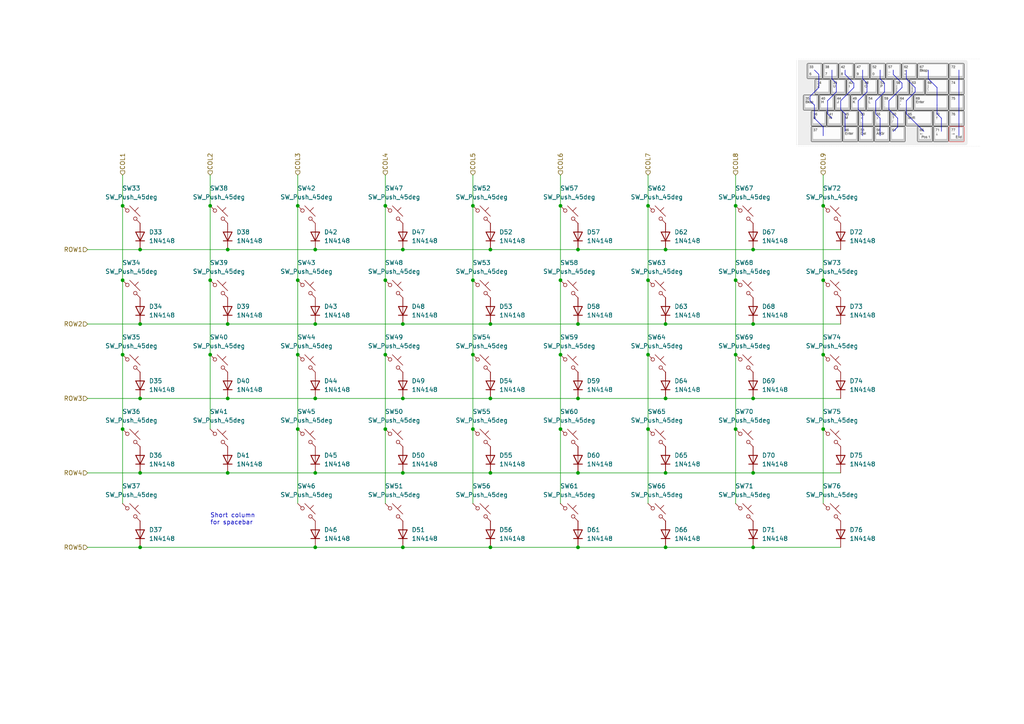
<source format=kicad_sch>
(kicad_sch (version 20230121) (generator eeschema)
  (paper "A4")
  (lib_symbols
    (symbol "Device:D" (pin_numbers hide) (pin_names (offset 1.016) hide)
      (property "Reference" "D" (at 0 2.54 0))
      (property "Value" "D" (at 0 -2.54 0))
      (symbol "D_0_1"
        (polyline (pts (xy -1.27 1.27) (xy -1.27 -1.27)) (stroke (width 0.254)))
        (polyline (pts (xy 1.27 0) (xy -1.27 0)))
        (polyline (pts (xy 1.27 1.27) (xy 1.27 -1.27) (xy -1.27 0) (xy 1.27 1.27)) (stroke (width 0.254)))
      )
      (symbol "D_1_1"
        (pin passive line (at -3.81 0 0) (length 2.54) (name "K") (number "1"))
        (pin passive line (at 3.81 0 180) (length 2.54) (name "A") (number "2"))
      )
    )
    (symbol "Switch:SW_Push_45deg" (pin_numbers hide) (pin_names (offset 1.016) hide)
      (property "Reference" "SW" (at 3.048 1.016 0))
      (property "Value" "SW_Push_45deg" (at 0 -3.81 0))
      (symbol "SW_Push_45deg_0_1"
        (circle (center -1.1684 1.1684) (radius 0.508))
        (polyline (pts (xy -0.508 2.54) (xy 2.54 -0.508)))
        (polyline (pts (xy 1.016 1.016) (xy 2.032 2.032)))
        (polyline (pts (xy -2.54 2.54) (xy -1.524 1.524) (xy -1.524 1.524)))
        (polyline (pts (xy 1.524 -1.524) (xy 2.54 -2.54) (xy 2.54 -2.54) (xy 2.54 -2.54)))
        (circle (center 1.143 -1.1938) (radius 0.508))
        (pin passive line (at -2.54 2.54 0) (length 0) (name "1") (number "1"))
        (pin passive line (at 2.54 -2.54 180) (length 0) (name "2") (number "2"))
      )
    )
  )
  (junction (at 238.76 102.87))
  (junction (at 40.64 93.98))
  (junction (at 66.04 72.39))
  (junction (at 111.76 124.46))
  (junction (at 111.76 59.69))
  (junction (at 86.36 81.28))
  (junction (at 60.96 81.28))
  (junction (at 167.64 158.75))
  (junction (at 238.76 81.28))
  (junction (at 162.56 59.69))
  (junction (at 142.24 115.57))
  (junction (at 142.24 93.98))
  (junction (at 86.36 59.69))
  (junction (at 218.44 93.98))
  (junction (at 116.84 137.16))
  (junction (at 142.24 158.75))
  (junction (at 91.44 72.39))
  (junction (at 111.76 81.28))
  (junction (at 142.24 72.39))
  (junction (at 187.96 102.87))
  (junction (at 213.36 102.87))
  (junction (at 187.96 81.28))
  (junction (at 40.64 137.16))
  (junction (at 167.64 115.57))
  (junction (at 213.36 124.46))
  (junction (at 40.64 72.39))
  (junction (at 193.04 93.98))
  (junction (at 162.56 81.28))
  (junction (at 66.04 93.98))
  (junction (at 167.64 137.16))
  (junction (at 60.96 59.69))
  (junction (at 238.76 124.46))
  (junction (at 35.56 102.87))
  (junction (at 137.16 59.69))
  (junction (at 137.16 102.87))
  (junction (at 218.44 158.75))
  (junction (at 162.56 124.46))
  (junction (at 193.04 158.75))
  (junction (at 167.64 72.39))
  (junction (at 137.16 124.46))
  (junction (at 116.84 93.98))
  (junction (at 218.44 72.39))
  (junction (at 35.56 59.69))
  (junction (at 193.04 115.57))
  (junction (at 238.76 59.69))
  (junction (at 116.84 115.57))
  (junction (at 111.76 102.87))
  (junction (at 66.04 115.57))
  (junction (at 86.36 102.87))
  (junction (at 213.36 81.28))
  (junction (at 91.44 137.16))
  (junction (at 35.56 124.46))
  (junction (at 66.04 137.16))
  (junction (at 137.16 81.28))
  (junction (at 162.56 102.87))
  (junction (at 218.44 137.16))
  (junction (at 193.04 137.16))
  (junction (at 35.56 81.28))
  (junction (at 142.24 137.16))
  (junction (at 187.96 124.46))
  (junction (at 213.36 59.69))
  (junction (at 91.44 115.57))
  (junction (at 91.44 158.75))
  (junction (at 40.64 115.57))
  (junction (at 40.64 158.75))
  (junction (at 60.96 102.87))
  (junction (at 193.04 72.39))
  (junction (at 116.84 158.75))
  (junction (at 187.96 59.69))
  (junction (at 116.84 72.39))
  (junction (at 167.64 93.98))
  (junction (at 218.44 115.57))
  (junction (at 91.44 93.98))
  (junction (at 86.36 124.46))
  (polyline (pts (xy 260.35 34.29) (xy 260.35 36.83)))
  (polyline (pts (xy 265.43 25.4) (xy 265.43 26.67)))
  (wire (pts (xy 238.76 102.87) (xy 238.76 124.46)))
  (polyline (pts (xy 256.54 24.13) (xy 256.54 26.67)))
  (polyline (pts (xy 234.95 27.94) (xy 237.49 25.4)))
  (wire (pts (xy 91.44 137.16) (xy 116.84 137.16)))
  (wire (pts (xy 187.96 59.69) (xy 187.96 81.28)))
  (wire (pts (xy 35.56 81.28) (xy 35.56 102.87)))
  (wire (pts (xy 137.16 124.46) (xy 137.16 146.05)))
  (wire (pts (xy 116.84 158.75) (xy 142.24 158.75)))
  (wire (pts (xy 167.64 72.39) (xy 193.04 72.39)))
  (polyline (pts (xy 254 33.02) (xy 255.27 34.29)))
  (polyline (pts (xy 236.22 30.48) (xy 234.95 29.21)))
  (wire (pts (xy 25.4 137.16) (xy 40.64 137.16)))
  (wire (pts (xy 162.56 81.28) (xy 162.56 102.87)))
  (wire (pts (xy 238.76 124.46) (xy 238.76 146.05)))
  (wire (pts (xy 111.76 102.87) (xy 111.76 124.46)))
  (wire (pts (xy 60.96 50.8) (xy 60.96 59.69)))
  (wire (pts (xy 167.64 93.98) (xy 193.04 93.98)))
  (polyline (pts (xy 251.46 26.67) (xy 248.92 29.21)))
  (wire (pts (xy 162.56 50.8) (xy 162.56 59.69)))
  (wire (pts (xy 86.36 81.28) (xy 86.36 102.87)))
  (polyline (pts (xy 234.95 29.21) (xy 234.95 27.94)))
  (polyline (pts (xy 273.05 34.29) (xy 273.05 38.1)))
  (polyline (pts (xy 256.54 26.67) (xy 254 29.21)))
  (wire (pts (xy 162.56 59.69) (xy 162.56 81.28)))
  (wire (pts (xy 86.36 102.87) (xy 86.36 124.46)))
  (wire (pts (xy 142.24 93.98) (xy 167.64 93.98)))
  (wire (pts (xy 116.84 72.39) (xy 142.24 72.39)))
  (polyline (pts (xy 259.08 20.32) (xy 259.08 21.59)))
  (polyline (pts (xy 262.89 20.32) (xy 262.89 22.86)))
  (polyline (pts (xy 240.03 33.02) (xy 241.3 34.29)))
  (wire (pts (xy 218.44 115.57) (xy 243.84 115.57)))
  (wire (pts (xy 91.44 158.75) (xy 116.84 158.75)))
  (polyline (pts (xy 245.11 33.02) (xy 245.11 38.1)))
  (wire (pts (xy 193.04 93.98) (xy 218.44 93.98)))
  (wire (pts (xy 66.04 115.57) (xy 91.44 115.57)))
  (wire (pts (xy 40.64 158.75) (xy 91.44 158.75)))
  (polyline (pts (xy 261.62 24.13) (xy 261.62 25.4)))
  (wire (pts (xy 137.16 102.87) (xy 137.16 124.46)))
  (wire (pts (xy 25.4 93.98) (xy 40.64 93.98)))
  (polyline (pts (xy 257.81 29.21) (xy 257.81 31.75)))
  (wire (pts (xy 238.76 50.8) (xy 238.76 59.69)))
  (polyline (pts (xy 240.03 29.21) (xy 240.03 33.02)))
  (wire (pts (xy 218.44 72.39) (xy 243.84 72.39)))
  (wire (pts (xy 91.44 72.39) (xy 116.84 72.39)))
  (polyline (pts (xy 262.89 29.21) (xy 262.89 33.02)))
  (polyline (pts (xy 261.62 25.4) (xy 257.81 29.21)))
  (wire (pts (xy 193.04 115.57) (xy 218.44 115.57)))
  (wire (pts (xy 213.36 81.28) (xy 213.36 102.87)))
  (polyline (pts (xy 250.19 33.02) (xy 250.19 39.37)))
  (wire (pts (xy 238.76 59.69) (xy 238.76 81.28)))
  (wire (pts (xy 187.96 50.8) (xy 187.96 59.69)))
  (wire (pts (xy 187.96 102.87) (xy 187.96 124.46)))
  (wire (pts (xy 167.64 158.75) (xy 193.04 158.75)))
  (wire (pts (xy 238.76 81.28) (xy 238.76 102.87)))
  (wire (pts (xy 35.56 59.69) (xy 35.56 81.28)))
  (wire (pts (xy 66.04 137.16) (xy 91.44 137.16)))
  (polyline (pts (xy 236.22 20.32) (xy 237.49 21.59)))
  (wire (pts (xy 187.96 81.28) (xy 187.96 102.87)))
  (polyline (pts (xy 255.27 20.32) (xy 255.27 22.86)))
  (polyline (pts (xy 238.76 39.37) (xy 238.76 36.83)))
  (polyline (pts (xy 248.92 29.21) (xy 248.92 31.75)))
  (polyline (pts (xy 265.43 26.67) (xy 262.89 29.21)))
  (wire (pts (xy 25.4 72.39) (xy 40.64 72.39)))
  (polyline (pts (xy 271.78 25.4) (xy 271.78 30.48)))
  (wire (pts (xy 25.4 158.75) (xy 40.64 158.75)))
  (polyline (pts (xy 271.78 33.02) (xy 273.05 34.29)))
  (polyline (pts (xy 245.11 20.32) (xy 245.11 21.59)))
  (wire (pts (xy 193.04 72.39) (xy 218.44 72.39)))
  (wire (pts (xy 116.84 115.57) (xy 142.24 115.57)))
  (wire (pts (xy 142.24 115.57) (xy 167.64 115.57)))
  (polyline (pts (xy 250.19 20.32) (xy 250.19 22.86)))
  (polyline (pts (xy 242.57 24.13) (xy 242.57 26.67)))
  (wire (pts (xy 142.24 137.16) (xy 167.64 137.16)))
  (polyline (pts (xy 269.24 20.32) (xy 269.24 22.86)))
  (wire (pts (xy 213.36 102.87) (xy 213.36 124.46)))
  (polyline (pts (xy 241.3 20.32) (xy 241.3 22.86)))
  (polyline (pts (xy 259.08 38.1) (xy 260.35 36.83)))
  (polyline (pts (xy 243.84 31.75) (xy 245.11 33.02)))
  (polyline (pts (xy 255.27 22.86) (xy 256.54 24.13)))
  (wire (pts (xy 137.16 50.8) (xy 137.16 59.69)))
  (polyline (pts (xy 271.78 30.48) (xy 271.78 33.02)))
  (polyline (pts (xy 250.19 22.86) (xy 251.46 24.13)))
  (polyline (pts (xy 247.65 25.4) (xy 243.84 29.21)))
  (wire (pts (xy 111.76 81.28) (xy 111.76 102.87)))
  (wire (pts (xy 25.4 115.57) (xy 40.64 115.57)))
  (wire (pts (xy 213.36 59.69) (xy 213.36 81.28)))
  (polyline (pts (xy 241.3 22.86) (xy 242.57 24.13)))
  (wire (pts (xy 40.64 72.39) (xy 66.04 72.39)))
  (polyline (pts (xy 248.92 31.75) (xy 250.19 33.02)))
  (polyline (pts (xy 257.81 31.75) (xy 260.35 34.29)))
  (polyline (pts (xy 264.16 34.29) (xy 267.97 38.1)))
  (wire (pts (xy 218.44 158.75) (xy 243.84 158.75)))
  (wire (pts (xy 35.56 102.87) (xy 35.56 124.46)))
  (wire (pts (xy 40.64 115.57) (xy 66.04 115.57)))
  (wire (pts (xy 137.16 81.28) (xy 137.16 102.87)))
  (polyline (pts (xy 238.76 36.83) (xy 236.22 34.29)))
  (wire (pts (xy 60.96 81.28) (xy 60.96 102.87)))
  (polyline (pts (xy 262.89 22.86) (xy 265.43 25.4)))
  (wire (pts (xy 167.64 137.16) (xy 193.04 137.16)))
  (polyline (pts (xy 236.22 34.29) (xy 236.22 30.48)))
  (wire (pts (xy 40.64 93.98) (xy 66.04 93.98)))
  (polyline (pts (xy 254 29.21) (xy 254 33.02)))
  (polyline (pts (xy 243.84 29.21) (xy 243.84 31.75)))
  (wire (pts (xy 116.84 93.98) (xy 142.24 93.98)))
  (wire (pts (xy 86.36 50.8) (xy 86.36 59.69)))
  (wire (pts (xy 187.96 124.46) (xy 187.96 146.05)))
  (polyline (pts (xy 251.46 24.13) (xy 251.46 26.67)))
  (wire (pts (xy 91.44 115.57) (xy 116.84 115.57)))
  (polyline (pts (xy 237.49 25.4) (xy 237.49 21.59)))
  (wire (pts (xy 111.76 59.69) (xy 111.76 81.28)))
  (wire (pts (xy 213.36 124.46) (xy 213.36 146.05)))
  (wire (pts (xy 142.24 158.75) (xy 167.64 158.75)))
  (wire (pts (xy 35.56 124.46) (xy 35.56 146.05)))
  (wire (pts (xy 66.04 93.98) (xy 91.44 93.98)))
  (wire (pts (xy 167.64 115.57) (xy 193.04 115.57)))
  (wire (pts (xy 137.16 59.69) (xy 137.16 81.28)))
  (polyline (pts (xy 262.89 33.02) (xy 264.16 34.29)))
  (wire (pts (xy 116.84 137.16) (xy 142.24 137.16)))
  (wire (pts (xy 162.56 124.46) (xy 162.56 146.05)))
  (wire (pts (xy 218.44 93.98) (xy 243.84 93.98)))
  (polyline (pts (xy 278.13 20.32) (xy 278.13 39.37)))
  (polyline (pts (xy 242.57 26.67) (xy 240.03 29.21)))
  (wire (pts (xy 35.56 50.8) (xy 35.56 59.69)))
  (wire (pts (xy 111.76 124.46) (xy 111.76 146.05)))
  (wire (pts (xy 162.56 102.87) (xy 162.56 124.46)))
  (wire (pts (xy 86.36 124.46) (xy 86.36 146.05)))
  (polyline (pts (xy 269.24 22.86) (xy 271.78 25.4)))
  (wire (pts (xy 111.76 50.8) (xy 111.76 59.69)))
  (polyline (pts (xy 245.11 21.59) (xy 247.65 24.13)))
  (polyline (pts (xy 247.65 24.13) (xy 247.65 25.4)))
  (polyline (pts (xy 255.27 34.29) (xy 255.27 39.37)))
  (wire (pts (xy 40.64 137.16) (xy 66.04 137.16)))
  (wire (pts (xy 86.36 59.69) (xy 86.36 81.28)))
  (wire (pts (xy 142.24 72.39) (xy 167.64 72.39)))
  (wire (pts (xy 66.04 72.39) (xy 91.44 72.39)))
  (wire (pts (xy 91.44 93.98) (xy 116.84 93.98)))
  (wire (pts (xy 60.96 102.87) (xy 60.96 124.46)))
  (wire (pts (xy 213.36 50.8) (xy 213.36 59.69)))
  (wire (pts (xy 60.96 59.69) (xy 60.96 81.28)))
  (polyline (pts (xy 259.08 21.59) (xy 261.62 24.13)))
  (wire (pts (xy 193.04 137.16) (xy 218.44 137.16)))
  (wire (pts (xy 193.04 158.75) (xy 218.44 158.75)))
  (wire (pts (xy 218.44 137.16) (xy 243.84 137.16)))
  (image (at 257.81 27.94))
  (text "Short column\nfor spacebar" (at 60.96 152.4 0) (effects (font (size 1.27 1.27)) (justify left bottom)))
  (hierarchical_label "COL8" (shape input) (at 213.36 50.8 90))
  (hierarchical_label "COL2" (shape input) (at 60.96 50.8 90))
  (hierarchical_label "COL5" (shape input) (at 137.16 50.8 90))
  (hierarchical_label "COL4" (shape input) (at 111.76 50.8 90))
  (hierarchical_label "ROW1" (shape input) (at 25.4 72.39 180))
  (hierarchical_label "ROW3" (shape input) (at 25.4 115.57 180))
  (hierarchical_label "COL1" (shape input) (at 35.56 50.8 90))
  (hierarchical_label "COL6" (shape input) (at 162.56 50.8 90))
  (hierarchical_label "ROW5" (shape input) (at 25.4 158.75 180))
  (hierarchical_label "ROW4" (shape input) (at 25.4 137.16 180))
  (hierarchical_label "COL3" (shape input) (at 86.36 50.8 90))
  (hierarchical_label "COL7" (shape input) (at 187.96 50.8 90))
  (hierarchical_label "COL9" (shape input) (at 238.76 50.8 90))
  (hierarchical_label "ROW2" (shape input) (at 25.4 93.98 180))
  (symbol (lib_id "Device:D") (at 167.64 154.94 90) (unit 1)
    (property "Reference" "D61" (at 170.18 153.67 90) (effects (justify right)))
    (property "Value" "1N4148" (at 170.18 156.21 90) (effects (justify right)))
    (property "Footprint" "Diode_SMD:D_SOD-323F" (effects hide))
    (property "Sim.Device" "D" (effects hide))
    (property "Sim.Pins" "1=K 2=A" (effects hide))
    (property "LCSC" "C2128" (effects hide))
  )
  (symbol (lib_id "Device:D") (at 91.44 90.17 90) (unit 1)
    (property "Reference" "D43" (at 93.98 88.9 90) (effects (justify right)))
    (property "Value" "1N4148" (at 93.98 91.44 90) (effects (justify right)))
    (property "Footprint" "Diode_SMD:D_SOD-323F" (effects hide))
    (property "Sim.Device" "D" (effects hide))
    (property "Sim.Pins" "1=K 2=A" (effects hide))
    (property "LCSC" "C2128" (effects hide))
  )
  (symbol (lib_id "Switch:SW_Push_45deg") (at 114.3 83.82 0) (unit 1)
    (property "Reference" "SW48" (at 114.3 76.2 0))
    (property "Value" "SW_Push_45deg" (at 114.3 78.74 0))
    (property "Footprint" "Button_Switch_Keyboard:SW_Cherry_MX_1.00u_PCB" (effects hide))
  )
  (symbol (lib_id "Switch:SW_Push_45deg") (at 114.3 105.41 0) (unit 1)
    (property "Reference" "SW49" (at 114.3 97.79 0))
    (property "Value" "SW_Push_45deg" (at 114.3 100.33 0))
    (property "Footprint" "Button_Switch_Keyboard:SW_Cherry_MX_1.00u_PCB" (effects hide))
  )
  (symbol (lib_id "Device:D") (at 142.24 154.94 90) (unit 1)
    (property "Reference" "D56" (at 144.78 153.67 90) (effects (justify right)))
    (property "Value" "1N4148" (at 144.78 156.21 90) (effects (justify right)))
    (property "Footprint" "Diode_SMD:D_SOD-323F" (effects hide))
    (property "Sim.Device" "D" (effects hide))
    (property "Sim.Pins" "1=K 2=A" (effects hide))
    (property "LCSC" "C2128" (effects hide))
  )
  (symbol (lib_id "Device:D") (at 116.84 68.58 90) (unit 1)
    (property "Reference" "D47" (at 119.38 67.31 90) (effects (justify right)))
    (property "Value" "1N4148" (at 119.38 69.85 90) (effects (justify right)))
    (property "Footprint" "Diode_SMD:D_SOD-323F" (effects hide))
    (property "Sim.Device" "D" (effects hide))
    (property "Sim.Pins" "1=K 2=A" (effects hide))
    (property "LCSC" "C2128" (effects hide))
  )
  (symbol (lib_id "Device:D") (at 91.44 133.35 90) (unit 1)
    (property "Reference" "D45" (at 93.98 132.08 90) (effects (justify right)))
    (property "Value" "1N4148" (at 93.98 134.62 90) (effects (justify right)))
    (property "Footprint" "Diode_SMD:D_SOD-323F" (effects hide))
    (property "Sim.Device" "D" (effects hide))
    (property "Sim.Pins" "1=K 2=A" (effects hide))
    (property "LCSC" "C2128" (effects hide))
  )
  (symbol (lib_id "Device:D") (at 193.04 111.76 90) (unit 1)
    (property "Reference" "D64" (at 195.58 110.49 90) (effects (justify right)))
    (property "Value" "1N4148" (at 195.58 113.03 90) (effects (justify right)))
    (property "Footprint" "Diode_SMD:D_SOD-323F" (effects hide))
    (property "Sim.Device" "D" (effects hide))
    (property "Sim.Pins" "1=K 2=A" (effects hide))
    (property "LCSC" "C2128" (effects hide))
  )
  (symbol (lib_id "Device:D") (at 40.64 90.17 90) (unit 1)
    (property "Reference" "D34" (at 43.18 88.9 90) (effects (justify right)))
    (property "Value" "1N4148" (at 43.18 91.44 90) (effects (justify right)))
    (property "Footprint" "Diode_SMD:D_SOD-323F" (effects hide))
    (property "Sim.Device" "D" (effects hide))
    (property "Sim.Pins" "1=K 2=A" (effects hide))
    (property "LCSC" "C2128" (effects hide))
  )
  (symbol (lib_id "Device:D") (at 142.24 111.76 90) (unit 1)
    (property "Reference" "D54" (at 144.78 110.49 90) (effects (justify right)))
    (property "Value" "1N4148" (at 144.78 113.03 90) (effects (justify right)))
    (property "Footprint" "Diode_SMD:D_SOD-323F" (effects hide))
    (property "Sim.Device" "D" (effects hide))
    (property "Sim.Pins" "1=K 2=A" (effects hide))
    (property "LCSC" "C2128" (effects hide))
  )
  (symbol (lib_id "Device:D") (at 116.84 111.76 90) (unit 1)
    (property "Reference" "D49" (at 119.38 110.49 90) (effects (justify right)))
    (property "Value" "1N4148" (at 119.38 113.03 90) (effects (justify right)))
    (property "Footprint" "Diode_SMD:D_SOD-323F" (effects hide))
    (property "Sim.Device" "D" (effects hide))
    (property "Sim.Pins" "1=K 2=A" (effects hide))
    (property "LCSC" "C2128" (effects hide))
  )
  (symbol (lib_id "Switch:SW_Push_45deg") (at 215.9 105.41 0) (unit 1)
    (property "Reference" "SW69" (at 215.9 97.79 0))
    (property "Value" "SW_Push_45deg" (at 215.9 100.33 0))
    (property "Footprint" "Button_Switch_Keyboard:SW_Cherry_MX_2.25u_PCB" (effects hide))
  )
  (symbol (lib_id "Switch:SW_Push_45deg") (at 88.9 62.23 0) (unit 1)
    (property "Reference" "SW42" (at 88.9 54.61 0))
    (property "Value" "SW_Push_45deg" (at 88.9 57.15 0))
    (property "Footprint" "Button_Switch_Keyboard:SW_Cherry_MX_1.00u_PCB" (effects hide))
  )
  (symbol (lib_id "Switch:SW_Push_45deg") (at 215.9 148.59 0) (unit 1)
    (property "Reference" "SW71" (at 215.9 140.97 0))
    (property "Value" "SW_Push_45deg" (at 215.9 143.51 0))
    (property "Footprint" "Button_Switch_Keyboard:SW_Cherry_MX_1.00u_PCB" (effects hide))
  )
  (symbol (lib_id "Device:D") (at 142.24 133.35 90) (unit 1)
    (property "Reference" "D55" (at 144.78 132.08 90) (effects (justify right)))
    (property "Value" "1N4148" (at 144.78 134.62 90) (effects (justify right)))
    (property "Footprint" "Diode_SMD:D_SOD-323F" (effects hide))
    (property "Sim.Device" "D" (effects hide))
    (property "Sim.Pins" "1=K 2=A" (effects hide))
    (property "LCSC" "C2128" (effects hide))
  )
  (symbol (lib_id "Switch:SW_Push_45deg") (at 63.5 127 0) (unit 1)
    (property "Reference" "SW41" (at 63.5 119.38 0))
    (property "Value" "SW_Push_45deg" (at 63.5 121.92 0))
    (property "Footprint" "Button_Switch_Keyboard:SW_Cherry_MX_1.00u_PCB" (effects hide))
  )
  (symbol (lib_id "Switch:SW_Push_45deg") (at 63.5 62.23 0) (unit 1)
    (property "Reference" "SW38" (at 63.5 54.61 0))
    (property "Value" "SW_Push_45deg" (at 63.5 57.15 0))
    (property "Footprint" "Button_Switch_Keyboard:SW_Cherry_MX_1.00u_PCB" (effects hide))
  )
  (symbol (lib_id "Device:D") (at 66.04 133.35 90) (unit 1)
    (property "Reference" "D41" (at 68.58 132.08 90) (effects (justify right)))
    (property "Value" "1N4148" (at 68.58 134.62 90) (effects (justify right)))
    (property "Footprint" "Diode_SMD:D_SOD-323F" (effects hide))
    (property "Sim.Device" "D" (effects hide))
    (property "Sim.Pins" "1=K 2=A" (effects hide))
    (property "LCSC" "C2128" (effects hide))
  )
  (symbol (lib_id "Device:D") (at 116.84 90.17 90) (unit 1)
    (property "Reference" "D48" (at 119.38 88.9 90) (effects (justify right)))
    (property "Value" "1N4148" (at 119.38 91.44 90) (effects (justify right)))
    (property "Footprint" "Diode_SMD:D_SOD-323F" (effects hide))
    (property "Sim.Device" "D" (effects hide))
    (property "Sim.Pins" "1=K 2=A" (effects hide))
    (property "LCSC" "C2128" (effects hide))
  )
  (symbol (lib_id "Switch:SW_Push_45deg") (at 38.1 148.59 0) (unit 1)
    (property "Reference" "SW37" (at 38.1 140.97 0))
    (property "Value" "SW_Push_45deg" (at 38.1 143.51 0))
    (property "Footprint" "Button_Switch_Keyboard:SW_Cherry_MX_2.00u_PCB" (effects hide))
  )
  (symbol (lib_id "Switch:SW_Push_45deg") (at 190.5 105.41 0) (unit 1)
    (property "Reference" "SW64" (at 190.5 97.79 0))
    (property "Value" "SW_Push_45deg" (at 190.5 100.33 0))
    (property "Footprint" "Button_Switch_Keyboard:SW_Cherry_MX_1.00u_PCB" (effects hide))
  )
  (symbol (lib_id "Device:D") (at 193.04 133.35 90) (unit 1)
    (property "Reference" "D65" (at 195.58 132.08 90) (effects (justify right)))
    (property "Value" "1N4148" (at 195.58 134.62 90) (effects (justify right)))
    (property "Footprint" "Diode_SMD:D_SOD-323F" (effects hide))
    (property "Sim.Device" "D" (effects hide))
    (property "Sim.Pins" "1=K 2=A" (effects hide))
    (property "LCSC" "C2128" (effects hide))
  )
  (symbol (lib_id "Switch:SW_Push_45deg") (at 190.5 83.82 0) (unit 1)
    (property "Reference" "SW63" (at 190.5 76.2 0))
    (property "Value" "SW_Push_45deg" (at 190.5 78.74 0))
    (property "Footprint" "Button_Switch_Keyboard:SW_Cherry_MX_1.00u_PCB" (effects hide))
  )
  (symbol (lib_id "Device:D") (at 243.84 154.94 90) (unit 1)
    (property "Reference" "D76" (at 246.38 153.67 90) (effects (justify right)))
    (property "Value" "1N4148" (at 246.38 156.21 90) (effects (justify right)))
    (property "Footprint" "Diode_SMD:D_SOD-323F" (effects hide))
    (property "Sim.Device" "D" (effects hide))
    (property "Sim.Pins" "1=K 2=A" (effects hide))
    (property "LCSC" "C2128" (effects hide))
  )
  (symbol (lib_id "Switch:SW_Push_45deg") (at 88.9 105.41 0) (unit 1)
    (property "Reference" "SW44" (at 88.9 97.79 0))
    (property "Value" "SW_Push_45deg" (at 88.9 100.33 0))
    (property "Footprint" "Button_Switch_Keyboard:SW_Cherry_MX_1.00u_PCB" (effects hide))
  )
  (symbol (lib_id "Device:D") (at 40.64 133.35 90) (unit 1)
    (property "Reference" "D36" (at 43.18 132.08 90) (effects (justify right)))
    (property "Value" "1N4148" (at 43.18 134.62 90) (effects (justify right)))
    (property "Footprint" "Diode_SMD:D_SOD-323F" (effects hide))
    (property "Sim.Device" "D" (effects hide))
    (property "Sim.Pins" "1=K 2=A" (effects hide))
    (property "LCSC" "C2128" (effects hide))
  )
  (symbol (lib_id "Switch:SW_Push_45deg") (at 165.1 127 0) (unit 1)
    (property "Reference" "SW60" (at 165.1 119.38 0))
    (property "Value" "SW_Push_45deg" (at 165.1 121.92 0))
    (property "Footprint" "Button_Switch_Keyboard:SW_Cherry_MX_1.00u_PCB" (effects hide))
  )
  (symbol (lib_id "Device:D") (at 116.84 154.94 90) (unit 1)
    (property "Reference" "D51" (at 119.38 153.67 90) (effects (justify right)))
    (property "Value" "1N4148" (at 119.38 156.21 90) (effects (justify right)))
    (property "Footprint" "Diode_SMD:D_SOD-323F" (effects hide))
    (property "Sim.Device" "D" (effects hide))
    (property "Sim.Pins" "1=K 2=A" (effects hide))
    (property "LCSC" "C2128" (effects hide))
  )
  (symbol (lib_id "Switch:SW_Push_45deg") (at 165.1 105.41 0) (unit 1)
    (property "Reference" "SW59" (at 165.1 97.79 0))
    (property "Value" "SW_Push_45deg" (at 165.1 100.33 0))
    (property "Footprint" "Button_Switch_Keyboard:SW_Cherry_MX_1.00u_PCB" (effects hide))
  )
  (symbol (lib_id "Switch:SW_Push_45deg") (at 63.5 105.41 0) (unit 1)
    (property "Reference" "SW40" (at 63.5 97.79 0))
    (property "Value" "SW_Push_45deg" (at 63.5 100.33 0))
    (property "Footprint" "Button_Switch_Keyboard:SW_Cherry_MX_1.00u_PCB" (effects hide))
  )
  (symbol (lib_id "Device:D") (at 167.64 133.35 90) (unit 1)
    (property "Reference" "D60" (at 170.18 132.08 90) (effects (justify right)))
    (property "Value" "1N4148" (at 170.18 134.62 90) (effects (justify right)))
    (property "Footprint" "Diode_SMD:D_SOD-323F" (effects hide))
    (property "Sim.Device" "D" (effects hide))
    (property "Sim.Pins" "1=K 2=A" (effects hide))
    (property "LCSC" "C2128" (effects hide))
  )
  (symbol (lib_id "Device:D") (at 218.44 90.17 90) (unit 1)
    (property "Reference" "D68" (at 220.98 88.9 90) (effects (justify right)))
    (property "Value" "1N4148" (at 220.98 91.44 90) (effects (justify right)))
    (property "Footprint" "Diode_SMD:D_SOD-323F" (effects hide))
    (property "Sim.Device" "D" (effects hide))
    (property "Sim.Pins" "1=K 2=A" (effects hide))
    (property "LCSC" "C2128" (effects hide))
  )
  (symbol (lib_id "Switch:SW_Push_45deg") (at 215.9 83.82 0) (unit 1)
    (property "Reference" "SW68" (at 215.9 76.2 0))
    (property "Value" "SW_Push_45deg" (at 215.9 78.74 0))
    (property "Footprint" "Button_Switch_Keyboard:SW_Cherry_MX_1.50u_PCB" (effects hide))
  )
  (symbol (lib_id "Switch:SW_Push_45deg") (at 38.1 105.41 0) (unit 1)
    (property "Reference" "SW35" (at 38.1 97.79 0))
    (property "Value" "SW_Push_45deg" (at 38.1 100.33 0))
    (property "Footprint" "Button_Switch_Keyboard:SW_Cherry_MX_1.00u_PCB" (effects hide))
  )
  (symbol (lib_id "Device:D") (at 218.44 133.35 90) (unit 1)
    (property "Reference" "D70" (at 220.98 132.08 90) (effects (justify right)))
    (property "Value" "1N4148" (at 220.98 134.62 90) (effects (justify right)))
    (property "Footprint" "Diode_SMD:D_SOD-323F" (effects hide))
    (property "Sim.Device" "D" (effects hide))
    (property "Sim.Pins" "1=K 2=A" (effects hide))
    (property "LCSC" "C2128" (effects hide))
  )
  (symbol (lib_id "Device:D") (at 243.84 133.35 90) (unit 1)
    (property "Reference" "D75" (at 246.38 132.08 90) (effects (justify right)))
    (property "Value" "1N4148" (at 246.38 134.62 90) (effects (justify right)))
    (property "Footprint" "Diode_SMD:D_SOD-323F" (effects hide))
    (property "Sim.Device" "D" (effects hide))
    (property "Sim.Pins" "1=K 2=A" (effects hide))
    (property "LCSC" "C2128" (effects hide))
  )
  (symbol (lib_id "Switch:SW_Push_45deg") (at 190.5 62.23 0) (unit 1)
    (property "Reference" "SW62" (at 190.5 54.61 0))
    (property "Value" "SW_Push_45deg" (at 190.5 57.15 0))
    (property "Footprint" "Button_Switch_Keyboard:SW_Cherry_MX_1.00u_PCB" (effects hide))
  )
  (symbol (lib_id "Device:D") (at 142.24 68.58 90) (unit 1)
    (property "Reference" "D52" (at 144.78 67.31 90) (effects (justify right)))
    (property "Value" "1N4148" (at 144.78 69.85 90) (effects (justify right)))
    (property "Footprint" "Diode_SMD:D_SOD-323F" (effects hide))
    (property "Sim.Device" "D" (effects hide))
    (property "Sim.Pins" "1=K 2=A" (effects hide))
    (property "LCSC" "C2128" (effects hide))
  )
  (symbol (lib_id "Device:D") (at 66.04 111.76 90) (unit 1)
    (property "Reference" "D40" (at 68.58 110.49 90) (effects (justify right)))
    (property "Value" "1N4148" (at 68.58 113.03 90) (effects (justify right)))
    (property "Footprint" "Diode_SMD:D_SOD-323F" (effects hide))
    (property "Sim.Device" "D" (effects hide))
    (property "Sim.Pins" "1=K 2=A" (effects hide))
    (property "LCSC" "C2128" (effects hide))
  )
  (symbol (lib_id "Device:D") (at 193.04 90.17 90) (unit 1)
    (property "Reference" "D63" (at 195.58 88.9 90) (effects (justify right)))
    (property "Value" "1N4148" (at 195.58 91.44 90) (effects (justify right)))
    (property "Footprint" "Diode_SMD:D_SOD-323F" (effects hide))
    (property "Sim.Device" "D" (effects hide))
    (property "Sim.Pins" "1=K 2=A" (effects hide))
    (property "LCSC" "C2128" (effects hide))
  )
  (symbol (lib_id "Device:D") (at 91.44 154.94 90) (unit 1)
    (property "Reference" "D46" (at 93.98 153.67 90) (effects (justify right)))
    (property "Value" "1N4148" (at 93.98 156.21 90) (effects (justify right)))
    (property "Footprint" "Diode_SMD:D_SOD-323F" (effects hide))
    (property "Sim.Device" "D" (effects hide))
    (property "Sim.Pins" "1=K 2=A" (effects hide))
    (property "LCSC" "C2128" (effects hide))
  )
  (symbol (lib_id "Switch:SW_Push_45deg") (at 139.7 83.82 0) (unit 1)
    (property "Reference" "SW53" (at 139.7 76.2 0))
    (property "Value" "SW_Push_45deg" (at 139.7 78.74 0))
    (property "Footprint" "Button_Switch_Keyboard:SW_Cherry_MX_1.00u_PCB" (effects hide))
  )
  (symbol (lib_id "Switch:SW_Push_45deg") (at 165.1 62.23 0) (unit 1)
    (property "Reference" "SW57" (at 165.1 54.61 0))
    (property "Value" "SW_Push_45deg" (at 165.1 57.15 0))
    (property "Footprint" "Button_Switch_Keyboard:SW_Cherry_MX_1.00u_PCB" (effects hide))
  )
  (symbol (lib_id "Switch:SW_Push_45deg") (at 241.3 62.23 0) (unit 1)
    (property "Reference" "SW72" (at 241.3 54.61 0))
    (property "Value" "SW_Push_45deg" (at 241.3 57.15 0))
    (property "Footprint" "Button_Switch_Keyboard:SW_Cherry_MX_1.00u_PCB" (effects hide))
  )
  (symbol (lib_id "Switch:SW_Push_45deg") (at 190.5 148.59 0) (unit 1)
    (property "Reference" "SW66" (at 190.5 140.97 0))
    (property "Value" "SW_Push_45deg" (at 190.5 143.51 0))
    (property "Footprint" "Button_Switch_Keyboard:SW_Cherry_MX_1.00u_PCB" (effects hide))
  )
  (symbol (lib_id "Switch:SW_Push_45deg") (at 190.5 127 0) (unit 1)
    (property "Reference" "SW65" (at 190.5 119.38 0))
    (property "Value" "SW_Push_45deg" (at 190.5 121.92 0))
    (property "Footprint" "Button_Switch_Keyboard:SW_Cherry_MX_1.75u_PCB" (effects hide))
  )
  (symbol (lib_id "Device:D") (at 167.64 90.17 90) (unit 1)
    (property "Reference" "D58" (at 170.18 88.9 90) (effects (justify right)))
    (property "Value" "1N4148" (at 170.18 91.44 90) (effects (justify right)))
    (property "Footprint" "Diode_SMD:D_SOD-323F" (effects hide))
    (property "Sim.Device" "D" (effects hide))
    (property "Sim.Pins" "1=K 2=A" (effects hide))
    (property "LCSC" "C2128" (effects hide))
  )
  (symbol (lib_id "Device:D") (at 40.64 154.94 90) (unit 1)
    (property "Reference" "D37" (at 43.18 153.67 90) (effects (justify right)))
    (property "Value" "1N4148" (at 43.18 156.21 90) (effects (justify right)))
    (property "Footprint" "Diode_SMD:D_SOD-323F" (effects hide))
    (property "Sim.Device" "D" (effects hide))
    (property "Sim.Pins" "1=K 2=A" (effects hide))
    (property "LCSC" "C2128" (effects hide))
  )
  (symbol (lib_id "Switch:SW_Push_45deg") (at 38.1 83.82 0) (unit 1)
    (property "Reference" "SW34" (at 38.1 76.2 0))
    (property "Value" "SW_Push_45deg" (at 38.1 78.74 0))
    (property "Footprint" "Button_Switch_Keyboard:SW_Cherry_MX_1.00u_PCB" (effects hide))
  )
  (symbol (lib_id "Switch:SW_Push_45deg") (at 241.3 148.59 0) (unit 1)
    (property "Reference" "SW76" (at 241.3 140.97 0))
    (property "Value" "SW_Push_45deg" (at 241.3 143.51 0))
    (property "Footprint" "Button_Switch_Keyboard:SW_Cherry_MX_1.00u_PCB" (effects hide))
  )
  (symbol (lib_id "Device:D") (at 193.04 154.94 90) (unit 1)
    (property "Reference" "D66" (at 195.58 153.67 90) (effects (justify right)))
    (property "Value" "1N4148" (at 195.58 156.21 90) (effects (justify right)))
    (property "Footprint" "Diode_SMD:D_SOD-323F" (effects hide))
    (property "Sim.Device" "D" (effects hide))
    (property "Sim.Pins" "1=K 2=A" (effects hide))
    (property "LCSC" "C2128" (effects hide))
  )
  (symbol (lib_id "Switch:SW_Push_45deg") (at 165.1 148.59 0) (unit 1)
    (property "Reference" "SW61" (at 165.1 140.97 0))
    (property "Value" "SW_Push_45deg" (at 165.1 143.51 0))
    (property "Footprint" "Button_Switch_Keyboard:SW_Cherry_MX_1.00u_PCB" (effects hide))
  )
  (symbol (lib_id "Switch:SW_Push_45deg") (at 215.9 62.23 0) (unit 1)
    (property "Reference" "SW67" (at 215.9 54.61 0))
    (property "Value" "SW_Push_45deg" (at 215.9 57.15 0))
    (property "Footprint" "Button_Switch_Keyboard:SW_Cherry_MX_2.00u_PCB" (effects hide))
  )
  (symbol (lib_id "Switch:SW_Push_45deg") (at 38.1 127 0) (unit 1)
    (property "Reference" "SW36" (at 38.1 119.38 0))
    (property "Value" "SW_Push_45deg" (at 38.1 121.92 0))
    (property "Footprint" "Button_Switch_Keyboard:SW_Cherry_MX_1.00u_PCB" (effects hide))
  )
  (symbol (lib_id "Device:D") (at 243.84 68.58 90) (unit 1)
    (property "Reference" "D72" (at 246.38 67.31 90) (effects (justify right)))
    (property "Value" "1N4148" (at 246.38 69.85 90) (effects (justify right)))
    (property "Footprint" "Diode_SMD:D_SOD-323F" (effects hide))
    (property "Sim.Device" "D" (effects hide))
    (property "Sim.Pins" "1=K 2=A" (effects hide))
    (property "LCSC" "C2128" (effects hide))
  )
  (symbol (lib_id "Switch:SW_Push_45deg") (at 241.3 127 0) (unit 1)
    (property "Reference" "SW75" (at 241.3 119.38 0))
    (property "Value" "SW_Push_45deg" (at 241.3 121.92 0))
    (property "Footprint" "Button_Switch_Keyboard:SW_Cherry_MX_1.00u_PCB" (effects hide))
  )
  (symbol (lib_id "Device:D") (at 218.44 68.58 90) (unit 1)
    (property "Reference" "D67" (at 220.98 67.31 90) (effects (justify right)))
    (property "Value" "1N4148" (at 220.98 69.85 90) (effects (justify right)))
    (property "Footprint" "Diode_SMD:D_SOD-323F" (effects hide))
    (property "Sim.Device" "D" (effects hide))
    (property "Sim.Pins" "1=K 2=A" (effects hide))
    (property "LCSC" "C2128" (effects hide))
  )
  (symbol (lib_id "Device:D") (at 91.44 111.76 90) (unit 1)
    (property "Reference" "D44" (at 93.98 110.49 90) (effects (justify right)))
    (property "Value" "1N4148" (at 93.98 113.03 90) (effects (justify right)))
    (property "Footprint" "Diode_SMD:D_SOD-323F" (effects hide))
    (property "Sim.Device" "D" (effects hide))
    (property "Sim.Pins" "1=K 2=A" (effects hide))
    (property "LCSC" "C2128" (effects hide))
  )
  (symbol (lib_id "Device:D") (at 243.84 90.17 90) (unit 1)
    (property "Reference" "D73" (at 246.38 88.9 90) (effects (justify right)))
    (property "Value" "1N4148" (at 246.38 91.44 90) (effects (justify right)))
    (property "Footprint" "Diode_SMD:D_SOD-323F" (effects hide))
    (property "Sim.Device" "D" (effects hide))
    (property "Sim.Pins" "1=K 2=A" (effects hide))
    (property "LCSC" "C2128" (effects hide))
  )
  (symbol (lib_id "Device:D") (at 40.64 68.58 90) (unit 1)
    (property "Reference" "D33" (at 43.18 67.31 90) (effects (justify right)))
    (property "Value" "1N4148" (at 43.18 69.85 90) (effects (justify right)))
    (property "Footprint" "Diode_SMD:D_SOD-323F" (effects hide))
    (property "Sim.Device" "D" (effects hide))
    (property "Sim.Pins" "1=K 2=A" (effects hide))
    (property "LCSC" "C2128" (effects hide))
  )
  (symbol (lib_id "Device:D") (at 193.04 68.58 90) (unit 1)
    (property "Reference" "D62" (at 195.58 67.31 90) (effects (justify right)))
    (property "Value" "1N4148" (at 195.58 69.85 90) (effects (justify right)))
    (property "Footprint" "Diode_SMD:D_SOD-323F" (effects hide))
    (property "Sim.Device" "D" (effects hide))
    (property "Sim.Pins" "1=K 2=A" (effects hide))
    (property "LCSC" "C2128" (effects hide))
  )
  (symbol (lib_id "Switch:SW_Push_45deg") (at 38.1 62.23 0) (unit 1)
    (property "Reference" "SW33" (at 38.1 54.61 0))
    (property "Value" "SW_Push_45deg" (at 38.1 57.15 0))
    (property "Footprint" "Button_Switch_Keyboard:SW_Cherry_MX_1.00u_PCB" (effects hide))
  )
  (symbol (lib_id "Device:D") (at 218.44 111.76 90) (unit 1)
    (property "Reference" "D69" (at 220.98 110.49 90) (effects (justify right)))
    (property "Value" "1N4148" (at 220.98 113.03 90) (effects (justify right)))
    (property "Footprint" "Diode_SMD:D_SOD-323F" (effects hide))
    (property "Sim.Device" "D" (effects hide))
    (property "Sim.Pins" "1=K 2=A" (effects hide))
    (property "LCSC" "C2128" (effects hide))
  )
  (symbol (lib_id "Switch:SW_Push_45deg") (at 88.9 127 0) (unit 1)
    (property "Reference" "SW45" (at 88.9 119.38 0))
    (property "Value" "SW_Push_45deg" (at 88.9 121.92 0))
    (property "Footprint" "Button_Switch_Keyboard:SW_Cherry_MX_1.00u_PCB" (effects hide))
  )
  (symbol (lib_id "Device:D") (at 167.64 68.58 90) (unit 1)
    (property "Reference" "D57" (at 170.18 67.31 90) (effects (justify right)))
    (property "Value" "1N4148" (at 170.18 69.85 90) (effects (justify right)))
    (property "Footprint" "Diode_SMD:D_SOD-323F" (effects hide))
    (property "Sim.Device" "D" (effects hide))
    (property "Sim.Pins" "1=K 2=A" (effects hide))
    (property "LCSC" "C2128" (effects hide))
  )
  (symbol (lib_id "Switch:SW_Push_45deg") (at 88.9 148.59 0) (unit 1)
    (property "Reference" "SW46" (at 88.9 140.97 0))
    (property "Value" "SW_Push_45deg" (at 88.9 143.51 0))
    (property "Footprint" "Button_Switch_Keyboard:SW_Cherry_MX_1.00u_PCB" (effects hide))
  )
  (symbol (lib_id "Device:D") (at 66.04 68.58 90) (unit 1)
    (property "Reference" "D38" (at 68.58 67.31 90) (effects (justify right)))
    (property "Value" "1N4148" (at 68.58 69.85 90) (effects (justify right)))
    (property "Footprint" "Diode_SMD:D_SOD-323F" (effects hide))
    (property "Sim.Device" "D" (effects hide))
    (property "Sim.Pins" "1=K 2=A" (effects hide))
    (property "LCSC" "C2128" (effects hide))
  )
  (symbol (lib_id "Switch:SW_Push_45deg") (at 139.7 62.23 0) (unit 1)
    (property "Reference" "SW52" (at 139.7 54.61 0))
    (property "Value" "SW_Push_45deg" (at 139.7 57.15 0))
    (property "Footprint" "Button_Switch_Keyboard:SW_Cherry_MX_1.00u_PCB" (effects hide))
  )
  (symbol (lib_id "Device:D") (at 91.44 68.58 90) (unit 1)
    (property "Reference" "D42" (at 93.98 67.31 90) (effects (justify right)))
    (property "Value" "1N4148" (at 93.98 69.85 90) (effects (justify right)))
    (property "Footprint" "Diode_SMD:D_SOD-323F" (effects hide))
    (property "Sim.Device" "D" (effects hide))
    (property "Sim.Pins" "1=K 2=A" (effects hide))
    (property "LCSC" "C2128" (effects hide))
  )
  (symbol (lib_id "Switch:SW_Push_45deg") (at 241.3 83.82 0) (unit 1)
    (property "Reference" "SW73" (at 241.3 76.2 0))
    (property "Value" "SW_Push_45deg" (at 241.3 78.74 0))
    (property "Footprint" "Button_Switch_Keyboard:SW_Cherry_MX_1.00u_PCB" (effects hide))
  )
  (symbol (lib_id "Switch:SW_Push_45deg") (at 139.7 127 0) (unit 1)
    (property "Reference" "SW55" (at 139.7 119.38 0))
    (property "Value" "SW_Push_45deg" (at 139.7 121.92 0))
    (property "Footprint" "Button_Switch_Keyboard:SW_Cherry_MX_1.00u_PCB" (effects hide))
  )
  (symbol (lib_id "Switch:SW_Push_45deg") (at 139.7 148.59 0) (unit 1)
    (property "Reference" "SW56" (at 139.7 140.97 0))
    (property "Value" "SW_Push_45deg" (at 139.7 143.51 0))
    (property "Footprint" "Button_Switch_Keyboard:SW_Cherry_MX_1.00u_PCB" (effects hide))
  )
  (symbol (lib_id "Switch:SW_Push_45deg") (at 114.3 62.23 0) (unit 1)
    (property "Reference" "SW47" (at 114.3 54.61 0))
    (property "Value" "SW_Push_45deg" (at 114.3 57.15 0))
    (property "Footprint" "Button_Switch_Keyboard:SW_Cherry_MX_1.00u_PCB" (effects hide))
  )
  (symbol (lib_id "Device:D") (at 142.24 90.17 90) (unit 1)
    (property "Reference" "D53" (at 144.78 88.9 90) (effects (justify right)))
    (property "Value" "1N4148" (at 144.78 91.44 90) (effects (justify right)))
    (property "Footprint" "Diode_SMD:D_SOD-323F" (effects hide))
    (property "Sim.Device" "D" (effects hide))
    (property "Sim.Pins" "1=K 2=A" (effects hide))
    (property "LCSC" "C2128" (effects hide))
  )
  (symbol (lib_id "Switch:SW_Push_45deg") (at 88.9 83.82 0) (unit 1)
    (property "Reference" "SW43" (at 88.9 76.2 0))
    (property "Value" "SW_Push_45deg" (at 88.9 78.74 0))
    (property "Footprint" "Button_Switch_Keyboard:SW_Cherry_MX_1.00u_PCB" (effects hide))
  )
  (symbol (lib_id "Switch:SW_Push_45deg") (at 215.9 127 0) (unit 1)
    (property "Reference" "SW70" (at 215.9 119.38 0))
    (property "Value" "SW_Push_45deg" (at 215.9 121.92 0))
    (property "Footprint" "Button_Switch_Keyboard:SW_Cherry_MX_1.00u_PCB" (effects hide))
  )
  (symbol (lib_id "Device:D") (at 167.64 111.76 90) (unit 1)
    (property "Reference" "D59" (at 170.18 110.49 90) (effects (justify right)))
    (property "Value" "1N4148" (at 170.18 113.03 90) (effects (justify right)))
    (property "Footprint" "Diode_SMD:D_SOD-323F" (effects hide))
    (property "Sim.Device" "D" (effects hide))
    (property "Sim.Pins" "1=K 2=A" (effects hide))
    (property "LCSC" "C2128" (effects hide))
  )
  (symbol (lib_id "Switch:SW_Push_45deg") (at 114.3 127 0) (unit 1)
    (property "Reference" "SW50" (at 114.3 119.38 0))
    (property "Value" "SW_Push_45deg" (at 114.3 121.92 0))
    (property "Footprint" "Button_Switch_Keyboard:SW_Cherry_MX_1.00u_PCB" (effects hide))
  )
  (symbol (lib_id "Switch:SW_Push_45deg") (at 241.3 105.41 0) (unit 1)
    (property "Reference" "SW74" (at 241.3 97.79 0))
    (property "Value" "SW_Push_45deg" (at 241.3 100.33 0))
    (property "Footprint" "Button_Switch_Keyboard:SW_Cherry_MX_1.00u_PCB" (effects hide))
  )
  (symbol (lib_id "Device:D") (at 40.64 111.76 90) (unit 1)
    (property "Reference" "D35" (at 43.18 110.49 90) (effects (justify right)))
    (property "Value" "1N4148" (at 43.18 113.03 90) (effects (justify right)))
    (property "Footprint" "Diode_SMD:D_SOD-323F" (effects hide))
    (property "Sim.Device" "D" (effects hide))
    (property "Sim.Pins" "1=K 2=A" (effects hide))
    (property "LCSC" "C2128" (effects hide))
  )
  (symbol (lib_id "Switch:SW_Push_45deg") (at 165.1 83.82 0) (unit 1)
    (property "Reference" "SW58" (at 165.1 76.2 0))
    (property "Value" "SW_Push_45deg" (at 165.1 78.74 0))
    (property "Footprint" "Button_Switch_Keyboard:SW_Cherry_MX_1.00u_PCB" (effects hide))
  )
  (symbol (lib_id "Device:D") (at 116.84 133.35 90) (unit 1)
    (property "Reference" "D50" (at 119.38 132.08 90) (effects (justify right)))
    (property "Value" "1N4148" (at 119.38 134.62 90) (effects (justify right)))
    (property "Footprint" "Diode_SMD:D_SOD-323F" (effects hide))
    (property "Sim.Device" "D" (effects hide))
    (property "Sim.Pins" "1=K 2=A" (effects hide))
    (property "LCSC" "C2128" (effects hide))
  )
  (symbol (lib_id "Switch:SW_Push_45deg") (at 139.7 105.41 0) (unit 1)
    (property "Reference" "SW54" (at 139.7 97.79 0))
    (property "Value" "SW_Push_45deg" (at 139.7 100.33 0))
    (property "Footprint" "Button_Switch_Keyboard:SW_Cherry_MX_1.00u_PCB" (effects hide))
  )
  (symbol (lib_id "Switch:SW_Push_45deg") (at 63.5 83.82 0) (unit 1)
    (property "Reference" "SW39" (at 63.5 76.2 0))
    (property "Value" "SW_Push_45deg" (at 63.5 78.74 0))
    (property "Footprint" "Button_Switch_Keyboard:SW_Cherry_MX_1.00u_PCB" (effects hide))
  )
  (symbol (lib_id "Switch:SW_Push_45deg") (at 114.3 148.59 0) (unit 1)
    (property "Reference" "SW51" (at 114.3 140.97 0))
    (property "Value" "SW_Push_45deg" (at 114.3 143.51 0))
    (property "Footprint" "Button_Switch_Keyboard:SW_Cherry_MX_1.00u_PCB" (effects hide))
  )
  (symbol (lib_id "Device:D") (at 218.44 154.94 90) (unit 1)
    (property "Reference" "D71" (at 220.98 153.67 90) (effects (justify right)))
    (property "Value" "1N4148" (at 220.98 156.21 90) (effects (justify right)))
    (property "Footprint" "Diode_SMD:D_SOD-323F" (effects hide))
    (property "Sim.Device" "D" (effects hide))
    (property "Sim.Pins" "1=K 2=A" (effects hide))
    (property "LCSC" "C2128" (effects hide))
  )
  (symbol (lib_id "Device:D") (at 243.84 111.76 90) (unit 1)
    (property "Reference" "D74" (at 246.38 110.49 90) (effects (justify right)))
    (property "Value" "1N4148" (at 246.38 113.03 90) (effects (justify right)))
    (property "Footprint" "Diode_SMD:D_SOD-323F" (effects hide))
    (property "Sim.Device" "D" (effects hide))
    (property "Sim.Pins" "1=K 2=A" (effects hide))
    (property "LCSC" "C2128" (effects hide))
  )
  (symbol (lib_id "Device:D") (at 66.04 90.17 90) (unit 1)
    (property "Reference" "D39" (at 68.58 88.9 90) (effects (justify right)))
    (property "Value" "1N4148" (at 68.58 91.44 90) (effects (justify right)))
    (property "Footprint" "Diode_SMD:D_SOD-323F" (effects hide))
    (property "Sim.Device" "D" (effects hide))
    (property "Sim.Pins" "1=K 2=A" (effects hide))
    (property "LCSC" "C2128" (effects hide))
  )
)
</source>
